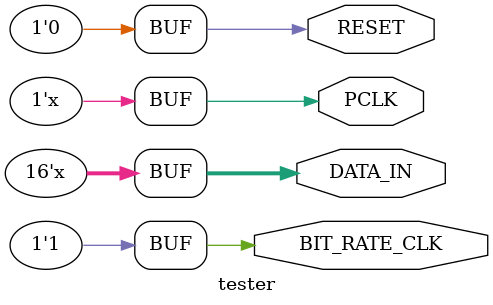
<source format=v>
module tester # (parameter SIZE=16)
   (
    output reg 		  RESET,
    output reg 		  BIT_RATE_CLK,
    output reg 		  PCLK,
    output reg [SIZE-1:0] DATA_IN
    );

   initial
     begin
	BIT_RATE_CLK = 1;
	PCLK = 0;
	DATA_IN = 0;
	RESET = 0;
	#3 RESET = 1;
	#3 RESET = 0;
     end

   always
     begin
	#8 DATA_IN = DATA_IN + 243352454;
     end

   always
     begin
	#1 PCLK = ~PCLK;
     end

endmodule // tester

</source>
